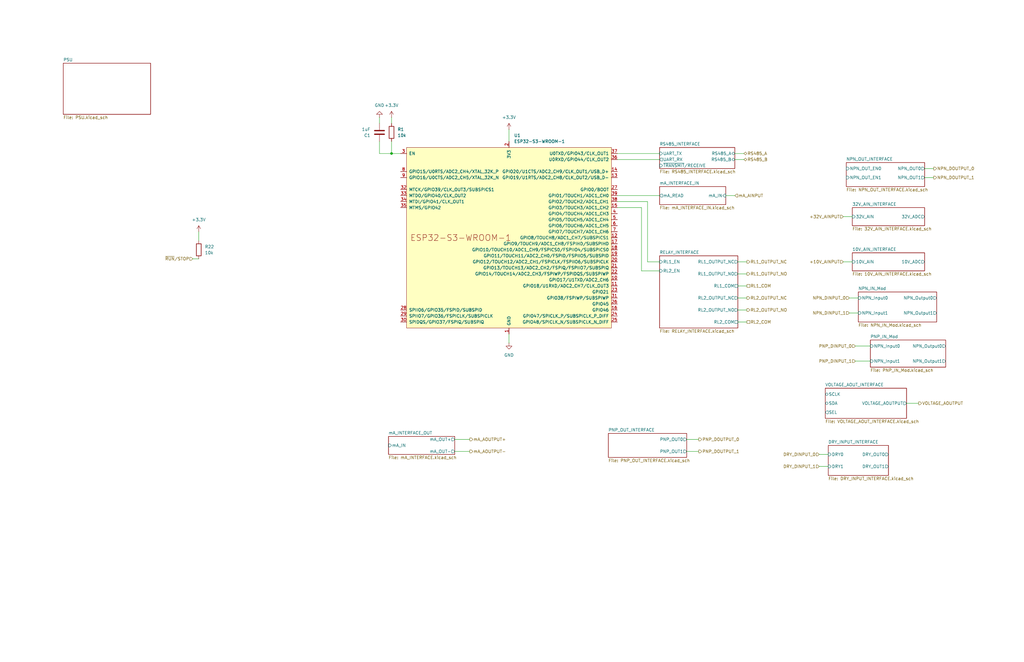
<source format=kicad_sch>
(kicad_sch (version 20250114) (generator "eeschema") (generator_version "9.0")
  (paper "USLedger")
  (title_block (title "NIVARA") (date "2025-06-13") (rev "1.0") (company "ELECTIVA ITLA"))
  (lib_symbols
    (symbol "Device:C" (pin_numbers (hide yes)) (pin_names (offset 0.254))
      (property "Reference" "C" (at 0.635 2.54 0))
      (property "Value" "C" (at 0.635 -2.54 0))
      (symbol "C_0_1"
        (polyline (pts (xy -2.032 0.762) (xy 2.032 0.762)) (stroke (width 0.508)))
        (polyline (pts (xy -2.032 -0.762) (xy 2.032 -0.762)) (stroke (width 0.508)))
      )
      (symbol "C_1_1"
        (pin passive line (at 0 3.81 270) (length 2.794) (name "~") (number "1"))
        (pin passive line (at 0 -3.81 90) (length 2.794) (name "~") (number "2"))
      )
    )
    (symbol "Device:R" (pin_numbers (hide yes)) (pin_names (offset 0))
      (property "Reference" "R" (at 2.032 0 90))
      (property "Value" "R" (at 0 0 90))
      (symbol "R_0_1"
        (rectangle (start -1.016 -2.54) (end 1.016 2.54) (stroke (width 0.254)))
      )
      (symbol "R_1_1"
        (pin passive line (at 0 3.81 270) (length 1.27) (name "~") (number "1"))
        (pin passive line (at 0 -3.81 90) (length 1.27) (name "~") (number "2"))
      )
    )
    (symbol "PCM_Espressif:ESP32-S3-WROOM-1" (pin_names (offset 1.016))
      (property "Reference" "U" (at -43.18 43.18 0))
      (property "Value" "ESP32-S3-WROOM-1" (at -43.18 40.64 0))
      (symbol "ESP32-S3-WROOM-1_0_0"
        (text "ESP32-S3-WROOM-1" (at -20.32 0 0) (effects (font (size 2.54 2.54))))
        (pin input line (at -45.72 35.56 0) (length 2.54) (name "EN") (number "3"))
        (pin bidirectional line (at -45.72 27.94 0) (length 2.54) (name "GPIO15/U0RTS/ADC2_CH4/XTAL_32K_P") (number "8"))
        (pin bidirectional line (at -45.72 25.4 0) (length 2.54) (name "GPIO16/U0CTS/ADC2_CH5/XTAL_32K_N") (number "9"))
        (pin bidirectional line (at -45.72 20.32 0) (length 2.54) (name "MTCK/GPIO39/CLK_OUT3/SUBSPICS1") (number "32"))
        (pin bidirectional line (at -45.72 17.78 0) (length 2.54) (name "MTDO/GPIO40/CLK_OUT2") (number "33"))
        (pin bidirectional line (at -45.72 15.24 0) (length 2.54) (name "MTDI/GPIO41/CLK_OUT1") (number "34"))
        (pin bidirectional line (at -45.72 12.7 0) (length 2.54) (name "MTMS/GPIO42") (number "35"))
        (pin bidirectional line (at -45.72 -30.48 0) (length 2.54) (name "SPIIO6/GPIO35/FSPID/SUBSPID") (number "28"))
        (pin bidirectional line (at -45.72 -33.02 0) (length 2.54) (name "SPIIO7/GPIO36/FSPICLK/SUBSPICLK") (number "29"))
        (pin bidirectional line (at -45.72 -35.56 0) (length 2.54) (name "SPIDQS/GPIO37/FSPIQ/SUBSPIQ") (number "30"))
        (pin power_in line (at 0 40.64 270) (length 2.54) (name "3V3") (number "2"))
        (pin power_in line (at 0 -40.64 90) (length 2.54) (name "GND") (number "1"))
        (pin passive line (at 0 -40.64 90) (length 2.54) (hide yes) (name "GND") (number "40"))
        (pin passive line (at 0 -40.64 90) (length 2.54) (hide yes) (name "GND") (number "41"))
        (pin bidirectional line (at 45.72 35.56 180) (length 2.54) (name "U0TXD/GPIO43/CLK_OUT1") (number "37"))
        (pin bidirectional line (at 45.72 33.02 180) (length 2.54) (name "U0RXD/GPIO44/CLK_OUT2") (number "36"))
        (pin bidirectional line (at 45.72 27.94 180) (length 2.54) (name "GPIO20/U1CTS/ADC2_CH9/CLK_OUT1/USB_D+") (number "14"))
        (pin bidirectional line (at 45.72 25.4 180) (length 2.54) (name "GPIO19/U1RTS/ADC2_CH8/CLK_OUT2/USB_D-") (number "13"))
        (pin bidirectional line (at 45.72 20.32 180) (length 2.54) (name "GPIO0/BOOT") (number "27"))
        (pin bidirectional line (at 45.72 17.78 180) (length 2.54) (name "GPIO1/TOUCH1/ADC1_CH0") (number "39"))
        (pin bidirectional line (at 45.72 15.24 180) (length 2.54) (name "GPIO2/TOUCH2/ADC1_CH1") (number "38"))
        (pin bidirectional line (at 45.72 12.7 180) (length 2.54) (name "GPIO3/TOUCH3/ADC1_CH2") (number "15"))
        (pin bidirectional line (at 45.72 10.16 180) (length 2.54) (name "GPIO4/TOUCH4/ADC1_CH3") (number "4"))
        (pin bidirectional line (at 45.72 7.62 180) (length 2.54) (name "GPIO5/TOUCH5/ADC1_CH4") (number "5"))
        (pin bidirectional line (at 45.72 5.08 180) (length 2.54) (name "GPIO6/TOUCH6/ADC1_CH5") (number "6"))
        (pin bidirectional line (at 45.72 2.54 180) (length 2.54) (name "GPIO7/TOUCH7/ADC1_CH6") (number "7"))
        (pin bidirectional line (at 45.72 0 180) (length 2.54) (name "GPIO8/TOUCH8/ADC1_CH7/SUBSPICS1") (number "12"))
        (pin bidirectional line (at 45.72 -2.54 180) (length 2.54) (name "GPIO9/TOUCH9/ADC1_CH8/FSPIHD/SUBSPIHD") (number "17"))
        (pin bidirectional line (at 45.72 -5.08 180) (length 2.54) (name "GPIO10/TOUCH10/ADC1_CH9/FSPICS0/FSPIIO4/SUBSPICS0") (number "18"))
        (pin bidirectional line (at 45.72 -7.62 180) (length 2.54) (name "GPIO11/TOUCH11/ADC2_CH0/FSPID/FSPIIO5/SUBSPID") (number "19"))
        (pin bidirectional line (at 45.72 -10.16 180) (length 2.54) (name "GPIO12/TOUCH12/ADC2_CH1/FSPICLK/FSPIIO6/SUBSPICLK") (number "20"))
        (pin bidirectional line (at 45.72 -12.7 180) (length 2.54) (name "GPIO13/TOUCH13/ADC2_CH2/FSPIQ/FSPIIO7/SUBSPIQ") (number "21"))
        (pin bidirectional line (at 45.72 -15.24 180) (length 2.54) (name "GPIO14/TOUCH14/ADC2_CH3/FSPIWP/FSPIDQS/SUBSPIWP") (number "22"))
        (pin bidirectional line (at 45.72 -17.78 180) (length 2.54) (name "GPIO17/U1TXD/ADC2_CH6") (number "10"))
        (pin bidirectional line (at 45.72 -20.32 180) (length 2.54) (name "GPIO18/U1RXD/ADC2_CH7/CLK_OUT3") (number "11"))
        (pin bidirectional line (at 45.72 -22.86 180) (length 2.54) (name "GPIO21") (number "23"))
        (pin bidirectional line (at 45.72 -25.4 180) (length 2.54) (name "GPIO38/FSPIWP/SUBSPIWP") (number "31"))
        (pin bidirectional line (at 45.72 -27.94 180) (length 2.54) (name "GPIO45") (number "26"))
        (pin bidirectional line (at 45.72 -30.48 180) (length 2.54) (name "GPIO46") (number "16"))
        (pin bidirectional line (at 45.72 -33.02 180) (length 2.54) (name "GPIO47/SPICLK_P/SUBSPICLK_P_DIFF") (number "24"))
        (pin bidirectional line (at 45.72 -35.56 180) (length 2.54) (name "GPIO48/SPICLK_N/SUBSPICLK_N_DIFF") (number "25"))
      )
      (symbol "ESP32-S3-WROOM-1_0_1"
        (rectangle (start -43.18 38.1) (end 43.18 -38.1) (fill (type background)))
      )
    )
    (symbol "power:+3.3V" (power) (pin_numbers (hide yes)) (pin_names (offset 0) (hide yes))
      (property "Value" "+3.3V" (at 0 3.556 0))
      (symbol "+3.3V_0_1"
        (polyline (pts (xy -0.762 1.27) (xy 0 2.54)))
        (polyline (pts (xy 0 2.54) (xy 0.762 1.27)))
        (polyline (pts (xy 0 0) (xy 0 2.54)))
      )
      (symbol "+3.3V_1_1"
        (pin power_in line (at 0 0 90) (length 0) (name "~") (number "1"))
      )
    )
    (symbol "power:GND" (power) (pin_numbers (hide yes)) (pin_names (offset 0) (hide yes))
      (property "Value" "GND" (at 0 -3.81 0))
      (symbol "GND_0_1"
        (polyline (pts (xy 0 0) (xy 0 -1.27) (xy 1.27 -1.27) (xy 0 -2.54) (xy -1.27 -1.27) (xy 0 -1.27)))
      )
      (symbol "GND_1_1"
        (pin power_in line (at 0 0 270) (length 0) (name "~") (number "1"))
      )
    )
  )
  (junction (at 165.1 64.77))
  (wire (pts (xy 289.56 190.5) (xy 294.64 190.5)))
  (wire (pts (xy 214.63 54.61) (xy 214.63 59.69)))
  (wire (pts (xy 160.02 59.69) (xy 160.02 64.77)))
  (wire (pts (xy 278.13 110.49) (xy 273.05 110.49)))
  (wire (pts (xy 358.14 125.73) (xy 361.95 125.73)))
  (wire (pts (xy 278.13 114.3) (xy 270.51 114.3)))
  (wire (pts (xy 83.82 97.79) (xy 83.82 101.6)))
  (wire (pts (xy 165.1 59.69) (xy 165.1 64.77)))
  (wire (pts (xy 389.89 74.93) (xy 393.7 74.93)))
  (wire (pts (xy 168.91 64.77) (xy 165.1 64.77)))
  (wire (pts (xy 273.05 110.49) (xy 273.05 85.09)))
  (wire (pts (xy 311.15 130.81) (xy 314.96 130.81)))
  (wire (pts (xy 165.1 49.53) (xy 165.1 52.07)))
  (wire (pts (xy 260.35 64.77) (xy 278.13 64.77)))
  (wire (pts (xy 309.88 64.77) (xy 313.69 64.77)))
  (wire (pts (xy 311.15 120.65) (xy 314.96 120.65)))
  (wire (pts (xy 360.68 146.05) (xy 367.03 146.05)))
  (wire (pts (xy 382.27 170.18) (xy 387.35 170.18)))
  (wire (pts (xy 289.56 185.42) (xy 294.64 185.42)))
  (wire (pts (xy 270.51 114.3) (xy 270.51 87.63)))
  (wire (pts (xy 191.77 190.5) (xy 198.12 190.5)))
  (wire (pts (xy 160.02 64.77) (xy 165.1 64.77)))
  (wire (pts (xy 278.13 82.55) (xy 260.35 82.55)))
  (wire (pts (xy 358.14 132.08) (xy 361.95 132.08)))
  (wire (pts (xy 345.44 196.85) (xy 349.25 196.85)))
  (wire (pts (xy 270.51 87.63) (xy 260.35 87.63)))
  (wire (pts (xy 191.77 185.42) (xy 198.12 185.42)))
  (wire (pts (xy 214.63 140.97) (xy 214.63 144.78)))
  (wire (pts (xy 311.15 110.49) (xy 314.96 110.49)))
  (wire (pts (xy 81.28 109.22) (xy 83.82 109.22)))
  (wire (pts (xy 309.88 67.31) (xy 313.69 67.31)))
  (wire (pts (xy 273.05 85.09) (xy 260.35 85.09)))
  (wire (pts (xy 360.68 152.4) (xy 367.03 152.4)))
  (wire (pts (xy 355.6 91.44) (xy 359.41 91.44)))
  (wire (pts (xy 160.02 49.53) (xy 160.02 52.07)))
  (wire (pts (xy 311.15 115.57) (xy 314.96 115.57)))
  (wire (pts (xy 355.6 110.49) (xy 359.41 110.49)))
  (wire (pts (xy 345.44 191.77) (xy 349.25 191.77)))
  (wire (pts (xy 389.89 71.12) (xy 393.7 71.12)))
  (wire (pts (xy 311.15 135.89) (xy 314.96 135.89)))
  (wire (pts (xy 306.07 82.55) (xy 309.88 82.55)))
  (wire (pts (xy 260.35 67.31) (xy 278.13 67.31)))
  (wire (pts (xy 311.15 125.73) (xy 314.96 125.73)))
  (hierarchical_label "DRY_DINPUT_1" (shape input) (at 345.44 196.85 180))
  (hierarchical_label "PNP_DOUTPUT_1" (shape output) (at 294.64 190.5 0))
  (hierarchical_label "+10V_AINPUT" (shape input) (at 355.6 110.49 180))
  (hierarchical_label "~{RUN}{slash}STOP" (shape input) (at 81.28 109.22 180))
  (hierarchical_label "NPN_DINPUT_0" (shape input) (at 358.14 125.73 180))
  (hierarchical_label "PNP_DOUTPUT_0" (shape output) (at 294.64 185.42 0))
  (hierarchical_label "RL1_OUTPUT_NC" (shape output) (at 314.96 110.49 0))
  (hierarchical_label "PNP_DINPUT_0" (shape input) (at 360.68 146.05 180))
  (hierarchical_label "RS485_A" (shape bidirectional) (at 313.69 64.77 0))
  (hierarchical_label "RL1_OUTPUT_NO" (shape output) (at 314.96 115.57 0))
  (hierarchical_label "DRY_DINPUT_0" (shape input) (at 345.44 191.77 180))
  (hierarchical_label "PNP_DINPUT_1" (shape input) (at 360.68 152.4 180))
  (hierarchical_label "RL2_COM" (shape passive) (at 314.96 135.89 0))
  (hierarchical_label "VOLTAGE_AOUTPUT" (shape output) (at 387.35 170.18 0))
  (hierarchical_label "RL1_COM" (shape passive) (at 314.96 120.65 0))
  (hierarchical_label "RS485_B" (shape bidirectional) (at 313.69 67.31 0))
  (hierarchical_label "NPN_DINPUT_1" (shape input) (at 358.14 132.08 180))
  (hierarchical_label "NPN_DOUTPUT_0" (shape output) (at 393.7 71.12 0))
  (hierarchical_label "RL2_OUTPUT_NO" (shape output) (at 314.96 130.81 0))
  (hierarchical_label "mA_AINPUT" (shape input) (at 309.88 82.55 0))
  (hierarchical_label "NPN_DOUTPUT_1" (shape output) (at 393.7 74.93 0))
  (hierarchical_label "RL2_OUTPUT_NC" (shape output) (at 314.96 125.73 0))
  (hierarchical_label "mA_AOUTPUT-" (shape output) (at 198.12 190.5 0))
  (hierarchical_label "+32V_AINPUT" (shape input) (at 355.6 91.44 180))
  (hierarchical_label "mA_AOUTPUT+" (shape output) (at 198.12 185.42 0))
  (symbol (lib_id "power:+3.3V") (at 83.82 97.79 0) (unit 1)
    (property "Reference" "#PWR047" (effects (hide yes)))
    (property "Value" "+3.3V" (at 83.82 92.71 0))
    (property "Description" "Power symbol creates a global label with name \"+3.3V\"" (effects (hide yes)))
  )
  (symbol (lib_id "power:GND") (at 160.02 49.53 180) (unit 1)
    (property "Reference" "#PWR11" (effects (hide yes)))
    (property "Value" "GND" (at 160.02 44.45 0))
    (property "Description" "Power symbol creates a global label with name \"GND\" , ground" (effects (hide yes)))
  )
  (symbol (lib_id "Device:R") (at 165.1 55.88 0) (unit 1)
    (property "Reference" "R1" (at 167.64 54.6099 0) (effects (justify left)))
    (property "Value" "10k" (at 167.64 57.1499 0) (effects (justify left)))
    (property "Description" "Resistor" (effects (hide yes)))
  )
  (symbol (lib_id "power:GND") (at 214.63 144.78 0) (unit 1)
    (property "Reference" "#PWR9" (effects (hide yes)))
    (property "Value" "GND" (at 214.63 149.86 0))
    (property "Description" "Power symbol creates a global label with name \"GND\" , ground" (effects (hide yes)))
  )
  (symbol (lib_id "Device:C") (at 160.02 55.88 0) (mirror x) (unit 1)
    (property "Reference" "C1" (at 156.21 57.1501 0) (effects (justify right)))
    (property "Value" "1uF" (at 156.21 54.6101 0) (effects (justify right)))
    (property "Description" "Unpolarized capacitor" (effects (hide yes)))
  )
  (symbol (lib_id "power:+3.3V") (at 214.63 54.61 0) (unit 1)
    (property "Reference" "#PWR8" (effects (hide yes)))
    (property "Value" "+3.3V" (at 214.63 49.53 0))
    (property "Description" "Power symbol creates a global label with name \"+3.3V\"" (effects (hide yes)))
  )
  (symbol (lib_id "PCM_Espressif:ESP32-S3-WROOM-1") (at 214.63 100.33 0) (unit 1)
    (property "Reference" "U1" (at 216.7733 57.15 0) (effects (justify left)))
    (property "Value" "ESP32-S3-WROOM-1" (at 216.7733 59.69 0) (effects (justify left)))
    (property "Footprint" "PCM_Espressif:ESP32-S3-WROOM-1" (effects (hide yes)))
    (property "Datasheet" "https://www.espressif.com/sites/default/files/documentation/esp32-s3-wroom-1_wroom-1u_datasheet_en.pdf" (effects (hide yes)))
    (property "Description" "2.4 GHz WiFi (802.11 b/g/n) and Bluetooth ® 5 (LE) module Built around ESP32S3 series of SoCs, Xtensa ® dualcore 32bit LX7 microprocessor Flash up to 16 MB, PSRAM up to 8 MB 36 GPIOs, rich set of peripherals Onboard PCB antenna" (effects (hide yes)))
  )
  (symbol (lib_id "Device:R") (at 83.82 105.41 0) (unit 1)
    (property "Reference" "R22" (at 86.36 104.1399 0) (effects (justify left)))
    (property "Value" "10k" (at 86.36 106.6799 0) (effects (justify left)))
    (property "Description" "Resistor" (effects (hide yes)))
  )
  (symbol (lib_id "power:+3.3V") (at 165.1 49.53 0) (unit 1)
    (property "Reference" "#PWR10" (effects (hide yes)))
    (property "Value" "+3.3V" (at 165.1 44.45 0))
    (property "Description" "Power symbol creates a global label with name \"+3.3V\"" (effects (hide yes)))
  )
  (sheet (at 347.98 163.83) (size 34.29 12.7) (stroke (width 0.1524))
    (property "Sheetname" "VOLTAGE_AOUT_INTERFACE" (at 347.98 163.1184 0) (effects (justify left bottom)))
    (property "Sheetfile" "VOLTAGE_AOUT_INTERFACE.kicad_sch" (at 347.98 177.1146 0) (effects (justify left top)))
    (pin "SCLK" bidirectional (at 347.98 166.37 180))
    (pin "SDA" bidirectional (at 347.98 170.18 180))
    (pin "SEL" output (at 347.98 173.99 180))
    (pin "VOLTAGE_AOUTPUT" output (at 382.27 170.18 0))
  )
  (sheet (at 367.03 143.51) (size 31.75 11.43) (stroke (width 0.1524))
    (property "Sheetname" "PNP_IN_Mod" (at 367.03 142.7984 0) (effects (justify left bottom)))
    (property "Sheetfile" "PNP_IN_Mod.kicad_sch" (at 367.03 155.5246 0) (effects (justify left top)))
    (pin "NPN_Input0" input (at 367.03 146.05 180))
    (pin "NPN_Input1" input (at 367.03 152.4 180))
    (pin "NPN_Output0" output (at 398.78 146.05 0))
    (pin "NPN_Output1" output (at 398.78 152.4 0))
  )
  (sheet (at 349.25 187.96) (size 25.4 12.7) (stroke (width 0.1524))
    (property "Sheetname" "DRY_INPUT_INTERFACE" (at 349.25 187.2484 0) (effects (justify left bottom)))
    (property "Sheetfile" "DRY_INPUT_INTERFACE.kicad_sch" (at 349.25 201.2446 0) (effects (justify left top)))
    (pin "DRY0" input (at 349.25 191.77 180))
    (pin "DRY1" input (at 349.25 196.85 180))
    (pin "DRY_OUT0" output (at 374.65 191.77 0))
    (pin "DRY_OUT1" output (at 374.65 196.85 0))
  )
  (sheet (at 278.13 62.23) (size 31.75 8.89) (stroke (width 0.1524))
    (property "Sheetname" "RS485_INTERFACE" (at 278.13 61.5184 0) (effects (justify left bottom)))
    (property "Sheetfile" "RS485_INTERFACE.kicad_sch" (at 278.13 71.7046 0) (effects (justify left top)))
    (pin "RS485_A" bidirectional (at 309.88 64.77 0))
    (pin "RS485_B" bidirectional (at 309.88 67.31 0))
    (pin "UART_TX" input (at 278.13 64.77 180))
    (pin "UART_RX" output (at 278.13 67.31 180))
    (pin "~{TRANSMIT}{slash}RECEIVE" input (at 278.13 69.85 180))
  )
  (sheet (at 356.87 68.58) (size 33.02 10.16) (stroke (width 0.1524))
    (property "Sheetname" "NPN_OUT_INTERFACE" (at 356.87 67.8684 0) (effects (justify left bottom)))
    (property "Sheetfile" "NPN_OUT_INTERFACE.kicad_sch" (at 356.87 79.3246 0) (effects (justify left top)))
    (pin "NPN_OUT0" output (at 389.89 71.12 0))
    (pin "NPN_OUT1" output (at 389.89 74.93 0))
    (pin "NPN_OUT_EN0" input (at 356.87 71.12 180))
    (pin "NPN_OUT_EN1" input (at 356.87 74.93 180))
  )
  (sheet (at 256.54 182.88) (size 33.02 10.16) (stroke (width 0.1524))
    (property "Sheetname" "PNP_OUT_INTERFACE" (at 256.54 182.1684 0) (effects (justify left bottom)))
    (property "Sheetfile" "PNP_OUT_INTERFACE.kicad_sch" (at 256.54 193.6246 0) (effects (justify left top)))
    (pin "PNP_OUT0" output (at 289.56 185.42 0))
    (pin "PNP_OUT1" output (at 289.56 190.5 0))
  )
  (sheet (at 278.13 107.95) (size 33.02 30.48) (stroke (width 0.1524))
    (property "Sheetname" "RELAY_INTERFACE" (at 278.13 107.2384 0) (effects (justify left bottom)))
    (property "Sheetfile" "RELAY_INTERFACE.kicad_sch" (at 278.13 139.0146 0) (effects (justify left top)))
    (pin "RL1_COM" passive (at 311.15 120.65 0))
    (pin "RL1_EN" input (at 278.13 110.49 180))
    (pin "RL1_OUTPUT_NC" output (at 311.15 110.49 0))
    (pin "RL1_OUTPUT_NO" output (at 311.15 115.57 0))
    (pin "RL2_COM" passive (at 311.15 135.89 0))
    (pin "RL2_EN" input (at 278.13 114.3 180))
    (pin "RL2_OUTPUT_NC" output (at 311.15 125.73 0))
    (pin "RL2_OUTPUT_NO" output (at 311.15 130.81 0))
  )
  (sheet (at 278.13 78.74) (size 27.94 7.62) (stroke (width 0.1524))
    (property "Sheetname" "mA_INTERFACE_IN" (at 278.13 78.0284 0) (effects (justify left bottom)))
    (property "Sheetfile" "mA_INTERFACE_IN.kicad_sch" (at 278.13 86.9446 0) (effects (justify left top)))
    (pin "mA_IN" input (at 306.07 82.55 0))
    (pin "mA_READ" output (at 278.13 82.55 180))
  )
  (sheet (at 26.67 26.67) (size 36.83 21.59) (stroke (width 0.1524))
    (property "Sheetname" "PSU" (at 26.67 25.9584 0) (effects (justify left bottom)))
    (property "Sheetfile" "PSU.kicad_sch" (at 26.67 48.8446 0) (effects (justify left top)))
  )
  (sheet (at 359.41 106.68) (size 30.48 7.62) (stroke (width 0.1524))
    (property "Sheetname" "10V_AIN_INTERFACE" (at 359.41 105.9684 0) (effects (justify left bottom)))
    (property "Sheetfile" "10V_AIN_INTERFACE.kicad_sch" (at 359.41 114.8846 0) (effects (justify left top)))
    (pin "10V_ADC" output (at 389.89 110.49 0))
    (pin "10V_AIN" input (at 359.41 110.49 180))
  )
  (sheet (at 163.83 184.15) (size 27.94 7.62) (stroke (width 0.1524))
    (property "Sheetname" "mA_INTERFACE_OUT" (at 163.83 183.4384 0) (effects (justify left bottom)))
    (property "Sheetfile" "mA_INTERFACE.kicad_sch" (at 163.83 192.3546 0) (effects (justify left top)))
    (pin "mA_IN" input (at 163.83 187.96 180))
    (pin "mA_OUT+" output (at 191.77 185.42 0))
    (pin "mA_OUT-" output (at 191.77 190.5 0))
  )
  (sheet (at 359.41 87.63) (size 30.48 7.62) (stroke (width 0.1524))
    (property "Sheetname" "32V_AIN_INTERFACE" (at 359.41 86.9184 0) (effects (justify left bottom)))
    (property "Sheetfile" "32V_AIN_INTERFACE.kicad_sch" (at 359.41 95.8346 0) (effects (justify left top)))
    (pin "32V_ADC" output (at 389.89 91.44 0))
    (pin "32V_AIN" input (at 359.41 91.44 180))
  )
  (sheet (at 361.95 123.19) (size 33.02 12.7) (stroke (width 0.1524))
    (property "Sheetname" "NPN_IN_Mod" (at 361.95 122.4784 0) (effects (justify left bottom)))
    (property "Sheetfile" "NPN_IN_Mod.kicad_sch" (at 361.95 136.4746 0) (effects (justify left top)))
    (pin "NPN_Input0" input (at 361.95 125.73 180))
    (pin "NPN_Input1" input (at 361.95 132.08 180))
    (pin "NPN_Output0" output (at 394.97 125.73 0))
    (pin "NPN_Output1" output (at 394.97 132.08 0))
  )
)
</source>
